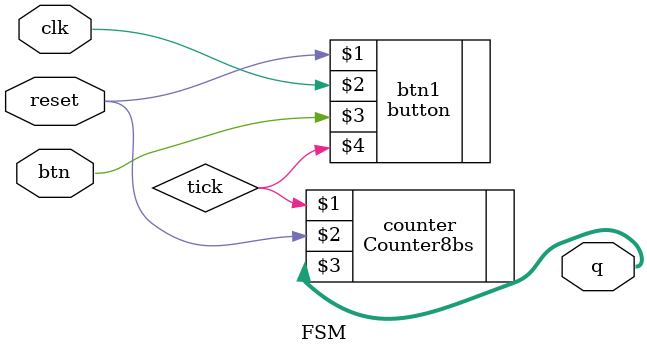
<source format=v>
`timescale 1ns / 1ps
module FSM(
    input wire reset,clk,btn,
output wire [7:0] q
 );
wire tick;
button btn1(reset, clk,btn,tick);
Counter8bs counter(tick, reset,q);
endmodule



</source>
